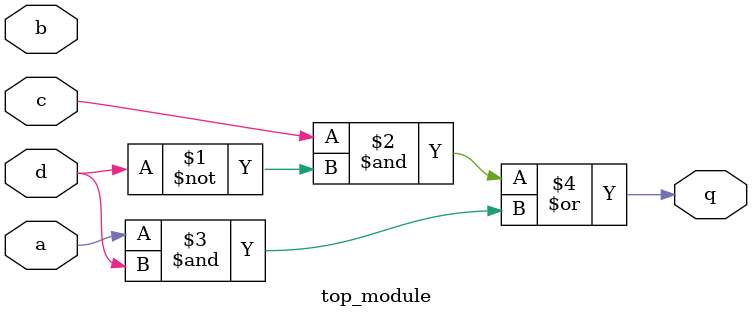
<source format=sv>
module top_module (
    input wire a,
    input wire b,
    input wire c,
    input wire d,
    output wire q
);

    assign q = (c & ~d) | (a & d);

endmodule

</source>
